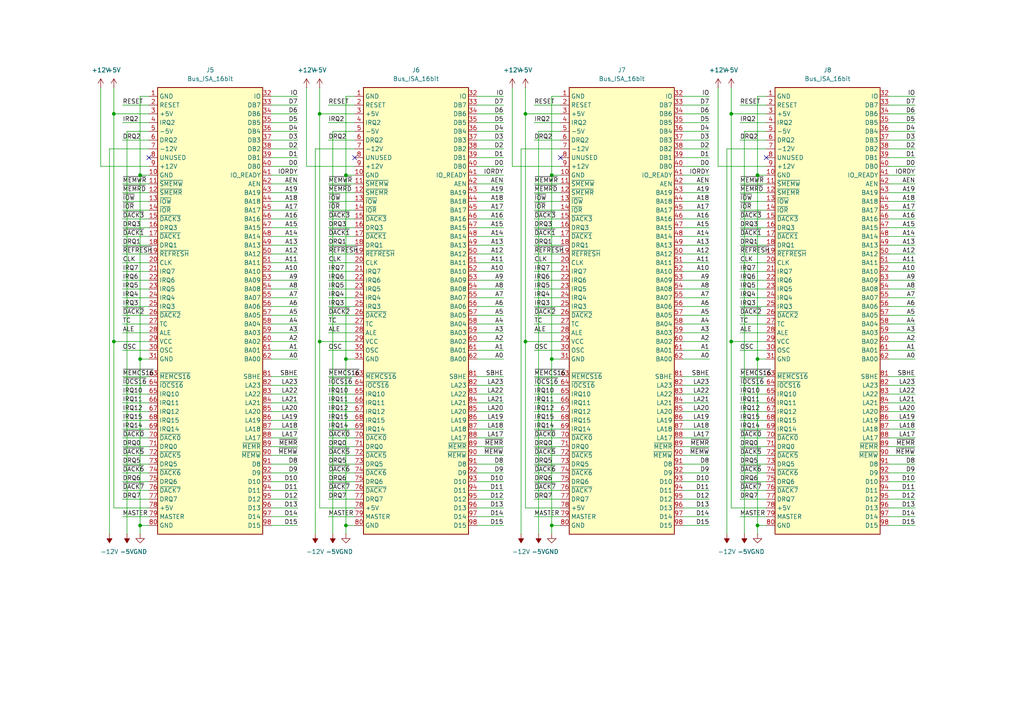
<source format=kicad_sch>
(kicad_sch (version 20231120) (generator "eeschema") (generator_version "8.0")
  (paper "A4")
  (lib_symbols
    (symbol "Connector:Bus_ISA_16bit"
      (property "Reference" "J" (at 0 67.945 0))
      (property "Value" "Bus_ISA_16bit" (at 0 -65.405 0))
      (symbol "Bus_ISA_16bit_0_1"
        (rectangle (start -15.24 -63.5) (end 15.24 66.04) (stroke (width 0.254)) (fill (type background)))
      )
      (symbol "Bus_ISA_16bit_1_1"
        (pin power_in line (at -17.78 63.5 0) (length 2.54) (name "GND") (number "1"))
        (pin power_in line (at -17.78 40.64 0) (length 2.54) (name "GND") (number "10"))
        (pin output line (at -17.78 38.1 0) (length 2.54) (name "~{SMEMW}") (number "11"))
        (pin output line (at -17.78 35.56 0) (length 2.54) (name "~{SMEMR}") (number "12"))
        (pin output line (at -17.78 33.02 0) (length 2.54) (name "~{IOW}") (number "13"))
        (pin output line (at -17.78 30.48 0) (length 2.54) (name "~{IOR}") (number "14"))
        (pin passive line (at -17.78 27.94 0) (length 2.54) (name "~{DACK3}") (number "15"))
        (pin passive line (at -17.78 25.4 0) (length 2.54) (name "DRQ3") (number "16"))
        (pin passive line (at -17.78 22.86 0) (length 2.54) (name "~{DACK1}") (number "17"))
        (pin passive line (at -17.78 20.32 0) (length 2.54) (name "DRQ1") (number "18"))
        (pin passive line (at -17.78 17.78 0) (length 2.54) (name "~{REFRESH}") (number "19"))
        (pin output line (at -17.78 60.96 0) (length 2.54) (name "RESET") (number "2"))
        (pin output line (at -17.78 15.24 0) (length 2.54) (name "CLK") (number "20"))
        (pin passive line (at -17.78 12.7 0) (length 2.54) (name "IRQ7") (number "21"))
        (pin passive line (at -17.78 10.16 0) (length 2.54) (name "IRQ6") (number "22"))
        (pin passive line (at -17.78 7.62 0) (length 2.54) (name "IRQ5") (number "23"))
        (pin passive line (at -17.78 5.08 0) (length 2.54) (name "IRQ4") (number "24"))
        (pin passive line (at -17.78 2.54 0) (length 2.54) (name "IRQ3") (number "25"))
        (pin passive line (at -17.78 0 0) (length 2.54) (name "~{DACK2}") (number "26"))
        (pin passive line (at -17.78 -2.54 0) (length 2.54) (name "TC") (number "27"))
        (pin output line (at -17.78 -5.08 0) (length 2.54) (name "ALE") (number "28"))
        (pin power_in line (at -17.78 -7.62 0) (length 2.54) (name "VCC") (number "29"))
        (pin power_in line (at -17.78 58.42 0) (length 2.54) (name "+5V") (number "3"))
        (pin output line (at -17.78 -10.16 0) (length 2.54) (name "OSC") (number "30"))
        (pin power_in line (at -17.78 -12.7 0) (length 2.54) (name "GND") (number "31"))
        (pin passive line (at 17.78 63.5 180) (length 2.54) (name "IO") (number "32"))
        (pin tri_state line (at 17.78 60.96 180) (length 2.54) (name "DB7") (number "33"))
        (pin tri_state line (at 17.78 58.42 180) (length 2.54) (name "DB6") (number "34"))
        (pin tri_state line (at 17.78 55.88 180) (length 2.54) (name "DB5") (number "35"))
        (pin tri_state line (at 17.78 53.34 180) (length 2.54) (name "DB4") (number "36"))
        (pin tri_state line (at 17.78 50.8 180) (length 2.54) (name "DB3") (number "37"))
        (pin tri_state line (at 17.78 48.26 180) (length 2.54) (name "DB2") (number "38"))
        (pin tri_state line (at 17.78 45.72 180) (length 2.54) (name "DB1") (number "39"))
        (pin passive line (at -17.78 55.88 0) (length 2.54) (name "IRQ2") (number "4"))
        (pin tri_state line (at 17.78 43.18 180) (length 2.54) (name "DB0") (number "40"))
        (pin passive line (at 17.78 40.64 180) (length 2.54) (name "IO_READY") (number "41"))
        (pin output line (at 17.78 38.1 180) (length 2.54) (name "AEN") (number "42"))
        (pin tri_state line (at 17.78 35.56 180) (length 2.54) (name "BA19") (number "43"))
        (pin tri_state line (at 17.78 33.02 180) (length 2.54) (name "BA18") (number "44"))
        (pin tri_state line (at 17.78 30.48 180) (length 2.54) (name "BA17") (number "45"))
        (pin tri_state line (at 17.78 27.94 180) (length 2.54) (name "BA16") (number "46"))
        (pin tri_state line (at 17.78 25.4 180) (length 2.54) (name "BA15") (number "47"))
        (pin tri_state line (at 17.78 22.86 180) (length 2.54) (name "BA14") (number "48"))
        (pin tri_state line (at 17.78 20.32 180) (length 2.54) (name "BA13") (number "49"))
        (pin power_in line (at -17.78 53.34 0) (length 2.54) (name "-5V") (number "5"))
        (pin tri_state line (at 17.78 17.78 180) (length 2.54) (name "BA12") (number "50"))
        (pin tri_state line (at 17.78 15.24 180) (length 2.54) (name "BA11") (number "51"))
        (pin tri_state line (at 17.78 12.7 180) (length 2.54) (name "BA10") (number "52"))
        (pin tri_state line (at 17.78 10.16 180) (length 2.54) (name "BA09") (number "53"))
        (pin tri_state line (at 17.78 7.62 180) (length 2.54) (name "BA08") (number "54"))
        (pin tri_state line (at 17.78 5.08 180) (length 2.54) (name "BA07") (number "55"))
        (pin tri_state line (at 17.78 2.54 180) (length 2.54) (name "BA06") (number "56"))
        (pin tri_state line (at 17.78 0 180) (length 2.54) (name "BA05") (number "57"))
        (pin tri_state line (at 17.78 -2.54 180) (length 2.54) (name "BA04") (number "58"))
        (pin tri_state line (at 17.78 -5.08 180) (length 2.54) (name "BA03") (number "59"))
        (pin passive line (at -17.78 50.8 0) (length 2.54) (name "DRQ2") (number "6"))
        (pin tri_state line (at 17.78 -7.62 180) (length 2.54) (name "BA02") (number "60"))
        (pin tri_state line (at 17.78 -10.16 180) (length 2.54) (name "BA01") (number "61"))
        (pin tri_state line (at 17.78 -12.7 180) (length 2.54) (name "BA00") (number "62"))
        (pin passive line (at -17.78 -17.78 0) (length 2.54) (name "~{MEMCS16}") (number "63"))
        (pin passive line (at -17.78 -20.32 0) (length 2.54) (name "~{IOCS16}") (number "64"))
        (pin passive line (at -17.78 -22.86 0) (length 2.54) (name "IRQ10") (number "65"))
        (pin passive line (at -17.78 -25.4 0) (length 2.54) (name "IRQ11") (number "66"))
        (pin passive line (at -17.78 -27.94 0) (length 2.54) (name "IRQ12") (number "67"))
        (pin passive line (at -17.78 -30.48 0) (length 2.54) (name "IRQ15") (number "68"))
        (pin passive line (at -17.78 -33.02 0) (length 2.54) (name "IRQ14") (number "69"))
        (pin power_in line (at -17.78 48.26 0) (length 2.54) (name "-12V") (number "7"))
        (pin output line (at -17.78 -35.56 0) (length 2.54) (name "~{DACK0}") (number "70"))
        (pin passive line (at -17.78 -38.1 0) (length 2.54) (name "DRQ0") (number "71"))
        (pin output line (at -17.78 -40.64 0) (length 2.54) (name "~{DACK5}") (number "72"))
        (pin passive line (at -17.78 -43.18 0) (length 2.54) (name "DRQ5") (number "73"))
        (pin output line (at -17.78 -45.72 0) (length 2.54) (name "~{DACK6}") (number "74"))
        (pin passive line (at -17.78 -48.26 0) (length 2.54) (name "DRQ6") (number "75"))
        (pin output line (at -17.78 -50.8 0) (length 2.54) (name "~{DACK7}") (number "76"))
        (pin passive line (at -17.78 -53.34 0) (length 2.54) (name "DRQ7") (number "77"))
        (pin power_in line (at -17.78 -55.88 0) (length 2.54) (name "+5V") (number "78"))
        (pin passive line (at -17.78 -58.42 0) (length 2.54) (name "MASTER") (number "79"))
        (pin passive line (at -17.78 45.72 0) (length 2.54) (name "UNUSED") (number "8"))
        (pin power_in line (at -17.78 -60.96 0) (length 2.54) (name "GND") (number "80"))
        (pin passive line (at 17.78 -17.78 180) (length 2.54) (name "SBHE") (number "81"))
        (pin passive line (at 17.78 -20.32 180) (length 2.54) (name "LA23") (number "82"))
        (pin passive line (at 17.78 -22.86 180) (length 2.54) (name "LA22") (number "83"))
        (pin passive line (at 17.78 -25.4 180) (length 2.54) (name "LA21") (number "84"))
        (pin passive line (at 17.78 -27.94 180) (length 2.54) (name "LA20") (number "85"))
        (pin passive line (at 17.78 -30.48 180) (length 2.54) (name "LA19") (number "86"))
        (pin passive line (at 17.78 -33.02 180) (length 2.54) (name "LA18") (number "87"))
        (pin passive line (at 17.78 -35.56 180) (length 2.54) (name "LA17") (number "88"))
        (pin output line (at 17.78 -38.1 180) (length 2.54) (name "~{MEMR}") (number "89"))
        (pin power_in line (at -17.78 43.18 0) (length 2.54) (name "+12V") (number "9"))
        (pin output line (at 17.78 -40.64 180) (length 2.54) (name "~{MEMW}") (number "90"))
        (pin tri_state line (at 17.78 -43.18 180) (length 2.54) (name "D8") (number "91"))
        (pin tri_state line (at 17.78 -45.72 180) (length 2.54) (name "D9") (number "92"))
        (pin tri_state line (at 17.78 -48.26 180) (length 2.54) (name "D10") (number "93"))
        (pin tri_state line (at 17.78 -50.8 180) (length 2.54) (name "D11") (number "94"))
        (pin tri_state line (at 17.78 -53.34 180) (length 2.54) (name "D12") (number "95"))
        (pin tri_state line (at 17.78 -55.88 180) (length 2.54) (name "D13") (number "96"))
        (pin tri_state line (at 17.78 -58.42 180) (length 2.54) (name "D14") (number "97"))
        (pin tri_state line (at 17.78 -60.96 180) (length 2.54) (name "D15") (number "98"))
      )
    )
    (symbol "power:+12V" (power) (pin_numbers hide) (pin_names (offset 0) hide)
      (property "Value" "+12V" (at 0 3.556 0))
      (symbol "+12V_0_1"
        (polyline (pts (xy -0.762 1.27) (xy 0 2.54)))
        (polyline (pts (xy 0 0) (xy 0 2.54)))
        (polyline (pts (xy 0 2.54) (xy 0.762 1.27)))
      )
      (symbol "+12V_1_1"
        (pin power_in line (at 0 0 90) (length 0) (name "~") (number "1"))
      )
    )
    (symbol "power:+5V" (power) (pin_numbers hide) (pin_names (offset 0) hide)
      (property "Value" "+5V" (at 0 3.556 0))
      (symbol "+5V_0_1"
        (polyline (pts (xy -0.762 1.27) (xy 0 2.54)))
        (polyline (pts (xy 0 0) (xy 0 2.54)))
        (polyline (pts (xy 0 2.54) (xy 0.762 1.27)))
      )
      (symbol "+5V_1_1"
        (pin power_in line (at 0 0 90) (length 0) (name "~") (number "1"))
      )
    )
    (symbol "power:-12V" (power) (pin_numbers hide) (pin_names (offset 0) hide)
      (property "Value" "-12V" (at 0 3.556 0))
      (symbol "-12V_0_0"
        (pin power_in line (at 0 0 90) (length 0) (name "~") (number "1"))
      )
      (symbol "-12V_0_1"
        (polyline (pts (xy 0 0) (xy 0 1.27) (xy 0.762 1.27) (xy 0 2.54) (xy -0.762 1.27) (xy 0 1.27)) (fill (type outline)))
      )
    )
    (symbol "power:-5V" (power) (pin_numbers hide) (pin_names (offset 0) hide)
      (property "Value" "-5V" (at 0 3.556 0))
      (symbol "-5V_0_0"
        (pin power_in line (at 0 0 90) (length 0) (name "~") (number "1"))
      )
      (symbol "-5V_0_1"
        (polyline (pts (xy 0 0) (xy 0 1.27) (xy 0.762 1.27) (xy 0 2.54) (xy -0.762 1.27) (xy 0 1.27)) (fill (type outline)))
      )
    )
    (symbol "power:GND" (power) (pin_numbers hide) (pin_names (offset 0) hide)
      (property "Value" "GND" (at 0 -3.81 0))
      (symbol "GND_0_1"
        (polyline (pts (xy 0 0) (xy 0 -1.27) (xy 1.27 -1.27) (xy 0 -2.54) (xy -1.27 -1.27) (xy 0 -1.27)))
      )
      (symbol "GND_1_1"
        (pin power_in line (at 0 0 270) (length 0) (name "~") (number "1"))
      )
    )
  )
  (junction (at 212.09 99.06))
  (junction (at 212.09 33.02))
  (junction (at 40.64 50.8))
  (junction (at 40.64 104.14))
  (junction (at 100.33 152.4))
  (junction (at 219.71 152.4))
  (junction (at 33.02 33.02))
  (junction (at 160.02 152.4))
  (junction (at 152.4 99.06))
  (junction (at 40.64 152.4))
  (junction (at 152.4 33.02))
  (junction (at 33.02 99.06))
  (junction (at 219.71 50.8))
  (junction (at 160.02 50.8))
  (junction (at 92.71 33.02))
  (junction (at 160.02 104.14))
  (junction (at 219.71 104.14))
  (junction (at 92.71 99.06))
  (junction (at 100.33 104.14))
  (junction (at 100.33 50.8))
  (no_connect (at 43.18 45.72))
  (no_connect (at 162.56 45.72))
  (no_connect (at 222.25 45.72))
  (no_connect (at 102.87 45.72))
  (wire (pts (xy 198.12 27.94) (xy 205.74 27.94)))
  (wire (pts (xy 43.18 48.26) (xy 29.21 48.26)))
  (wire (pts (xy 35.56 114.3) (xy 43.18 114.3)))
  (wire (pts (xy 138.43 104.14) (xy 146.05 104.14)))
  (wire (pts (xy 35.56 109.22) (xy 43.18 109.22)))
  (wire (pts (xy 78.74 83.82) (xy 86.36 83.82)))
  (wire (pts (xy 35.56 144.78) (xy 43.18 144.78)))
  (wire (pts (xy 152.4 147.32) (xy 152.4 99.06)))
  (wire (pts (xy 257.81 73.66) (xy 265.43 73.66)))
  (wire (pts (xy 154.94 137.16) (xy 162.56 137.16)))
  (wire (pts (xy 78.74 53.34) (xy 86.36 53.34)))
  (wire (pts (xy 138.43 134.62) (xy 146.05 134.62)))
  (wire (pts (xy 162.56 48.26) (xy 148.59 48.26)))
  (wire (pts (xy 154.94 144.78) (xy 162.56 144.78)))
  (wire (pts (xy 95.25 114.3) (xy 102.87 114.3)))
  (wire (pts (xy 257.81 33.02) (xy 265.43 33.02)))
  (wire (pts (xy 43.18 147.32) (xy 33.02 147.32)))
  (wire (pts (xy 35.56 53.34) (xy 43.18 53.34)))
  (wire (pts (xy 160.02 50.8) (xy 162.56 50.8)))
  (wire (pts (xy 35.56 83.82) (xy 43.18 83.82)))
  (wire (pts (xy 212.09 99.06) (xy 212.09 33.02)))
  (wire (pts (xy 78.74 71.12) (xy 86.36 71.12)))
  (wire (pts (xy 138.43 45.72) (xy 146.05 45.72)))
  (wire (pts (xy 154.94 119.38) (xy 162.56 119.38)))
  (wire (pts (xy 198.12 101.6) (xy 205.74 101.6)))
  (wire (pts (xy 257.81 127) (xy 265.43 127)))
  (wire (pts (xy 95.25 142.24) (xy 102.87 142.24)))
  (wire (pts (xy 214.63 121.92) (xy 222.25 121.92)))
  (wire (pts (xy 214.63 134.62) (xy 222.25 134.62)))
  (wire (pts (xy 219.71 104.14) (xy 222.25 104.14)))
  (wire (pts (xy 35.56 101.6) (xy 43.18 101.6)))
  (wire (pts (xy 138.43 101.6) (xy 146.05 101.6)))
  (wire (pts (xy 257.81 111.76) (xy 265.43 111.76)))
  (wire (pts (xy 95.25 134.62) (xy 102.87 134.62)))
  (wire (pts (xy 257.81 121.92) (xy 265.43 121.92)))
  (wire (pts (xy 198.12 63.5) (xy 205.74 63.5)))
  (wire (pts (xy 96.52 38.1) (xy 102.87 38.1)))
  (wire (pts (xy 40.64 152.4) (xy 40.64 154.94)))
  (wire (pts (xy 154.94 76.2) (xy 162.56 76.2)))
  (wire (pts (xy 138.43 116.84) (xy 146.05 116.84)))
  (wire (pts (xy 219.71 27.94) (xy 219.71 50.8)))
  (wire (pts (xy 154.94 111.76) (xy 162.56 111.76)))
  (wire (pts (xy 156.21 154.94) (xy 156.21 38.1)))
  (wire (pts (xy 88.9 48.26) (xy 88.9 25.4)))
  (wire (pts (xy 214.63 73.66) (xy 222.25 73.66)))
  (wire (pts (xy 214.63 127) (xy 222.25 127)))
  (wire (pts (xy 138.43 144.78) (xy 146.05 144.78)))
  (wire (pts (xy 257.81 114.3) (xy 265.43 114.3)))
  (wire (pts (xy 214.63 91.44) (xy 222.25 91.44)))
  (wire (pts (xy 219.71 50.8) (xy 222.25 50.8)))
  (wire (pts (xy 78.74 114.3) (xy 86.36 114.3)))
  (wire (pts (xy 78.74 63.5) (xy 86.36 63.5)))
  (wire (pts (xy 138.43 58.42) (xy 146.05 58.42)))
  (wire (pts (xy 40.64 50.8) (xy 40.64 104.14)))
  (wire (pts (xy 265.43 132.08) (xy 257.81 132.08)))
  (wire (pts (xy 31.75 154.94) (xy 31.75 43.18)))
  (wire (pts (xy 257.81 45.72) (xy 265.43 45.72)))
  (wire (pts (xy 35.56 81.28) (xy 43.18 81.28)))
  (wire (pts (xy 35.56 88.9) (xy 43.18 88.9)))
  (wire (pts (xy 257.81 116.84) (xy 265.43 116.84)))
  (wire (pts (xy 265.43 129.54) (xy 257.81 129.54)))
  (wire (pts (xy 257.81 76.2) (xy 265.43 76.2)))
  (wire (pts (xy 138.43 137.16) (xy 146.05 137.16)))
  (wire (pts (xy 154.94 35.56) (xy 162.56 35.56)))
  (wire (pts (xy 198.12 99.06) (xy 205.74 99.06)))
  (wire (pts (xy 78.74 121.92) (xy 86.36 121.92)))
  (wire (pts (xy 35.56 111.76) (xy 43.18 111.76)))
  (wire (pts (xy 257.81 81.28) (xy 265.43 81.28)))
  (wire (pts (xy 138.43 68.58) (xy 146.05 68.58)))
  (wire (pts (xy 257.81 50.8) (xy 265.43 50.8)))
  (wire (pts (xy 78.74 78.74) (xy 86.36 78.74)))
  (wire (pts (xy 257.81 139.7) (xy 265.43 139.7)))
  (wire (pts (xy 138.43 91.44) (xy 146.05 91.44)))
  (wire (pts (xy 33.02 99.06) (xy 33.02 33.02)))
  (wire (pts (xy 91.44 154.94) (xy 91.44 43.18)))
  (wire (pts (xy 40.64 104.14) (xy 40.64 152.4)))
  (wire (pts (xy 146.05 109.22) (xy 138.43 109.22)))
  (wire (pts (xy 33.02 147.32) (xy 33.02 99.06)))
  (wire (pts (xy 198.12 91.44) (xy 205.74 91.44)))
  (wire (pts (xy 198.12 121.92) (xy 205.74 121.92)))
  (wire (pts (xy 95.25 35.56) (xy 102.87 35.56)))
  (wire (pts (xy 257.81 91.44) (xy 265.43 91.44)))
  (wire (pts (xy 198.12 124.46) (xy 205.74 124.46)))
  (wire (pts (xy 138.43 81.28) (xy 146.05 81.28)))
  (wire (pts (xy 78.74 45.72) (xy 86.36 45.72)))
  (wire (pts (xy 214.63 144.78) (xy 222.25 144.78)))
  (wire (pts (xy 100.33 104.14) (xy 102.87 104.14)))
  (wire (pts (xy 214.63 101.6) (xy 222.25 101.6)))
  (wire (pts (xy 257.81 43.18) (xy 265.43 43.18)))
  (wire (pts (xy 154.94 109.22) (xy 162.56 109.22)))
  (wire (pts (xy 35.56 129.54) (xy 43.18 129.54)))
  (wire (pts (xy 78.74 68.58) (xy 86.36 68.58)))
  (wire (pts (xy 198.12 78.74) (xy 205.74 78.74)))
  (wire (pts (xy 78.74 119.38) (xy 86.36 119.38)))
  (wire (pts (xy 95.25 96.52) (xy 102.87 96.52)))
  (wire (pts (xy 152.4 99.06) (xy 152.4 33.02)))
  (wire (pts (xy 198.12 71.12) (xy 205.74 71.12)))
  (wire (pts (xy 35.56 119.38) (xy 43.18 119.38)))
  (wire (pts (xy 78.74 86.36) (xy 86.36 86.36)))
  (wire (pts (xy 154.94 60.96) (xy 162.56 60.96)))
  (wire (pts (xy 257.81 55.88) (xy 265.43 55.88)))
  (wire (pts (xy 78.74 38.1) (xy 86.36 38.1)))
  (wire (pts (xy 95.25 63.5) (xy 102.87 63.5)))
  (wire (pts (xy 257.81 71.12) (xy 265.43 71.12)))
  (wire (pts (xy 154.94 129.54) (xy 162.56 129.54)))
  (wire (pts (xy 160.02 152.4) (xy 160.02 154.94)))
  (wire (pts (xy 154.94 96.52) (xy 162.56 96.52)))
  (wire (pts (xy 152.4 25.4) (xy 152.4 33.02)))
  (wire (pts (xy 35.56 91.44) (xy 43.18 91.44)))
  (wire (pts (xy 198.12 68.58) (xy 205.74 68.58)))
  (wire (pts (xy 95.25 137.16) (xy 102.87 137.16)))
  (wire (pts (xy 205.74 129.54) (xy 198.12 129.54)))
  (wire (pts (xy 257.81 99.06) (xy 265.43 99.06)))
  (wire (pts (xy 154.94 88.9) (xy 162.56 88.9)))
  (wire (pts (xy 36.83 38.1) (xy 43.18 38.1)))
  (wire (pts (xy 95.25 53.34) (xy 102.87 53.34)))
  (wire (pts (xy 214.63 93.98) (xy 222.25 93.98)))
  (wire (pts (xy 205.74 132.08) (xy 198.12 132.08)))
  (wire (pts (xy 257.81 27.94) (xy 265.43 27.94)))
  (wire (pts (xy 95.25 116.84) (xy 102.87 116.84)))
  (wire (pts (xy 78.74 137.16) (xy 86.36 137.16)))
  (wire (pts (xy 154.94 142.24) (xy 162.56 142.24)))
  (wire (pts (xy 35.56 134.62) (xy 43.18 134.62)))
  (wire (pts (xy 138.43 40.64) (xy 146.05 40.64)))
  (wire (pts (xy 100.33 104.14) (xy 100.33 152.4)))
  (wire (pts (xy 138.43 124.46) (xy 146.05 124.46)))
  (wire (pts (xy 92.71 33.02) (xy 102.87 33.02)))
  (wire (pts (xy 212.09 99.06) (xy 222.25 99.06)))
  (wire (pts (xy 138.43 38.1) (xy 146.05 38.1)))
  (wire (pts (xy 95.25 58.42) (xy 102.87 58.42)))
  (wire (pts (xy 162.56 27.94) (xy 160.02 27.94)))
  (wire (pts (xy 95.25 121.92) (xy 102.87 121.92)))
  (wire (pts (xy 198.12 147.32) (xy 205.74 147.32)))
  (wire (pts (xy 78.74 55.88) (xy 86.36 55.88)))
  (wire (pts (xy 151.13 154.94) (xy 151.13 43.18)))
  (wire (pts (xy 86.36 132.08) (xy 78.74 132.08)))
  (wire (pts (xy 154.94 81.28) (xy 162.56 81.28)))
  (wire (pts (xy 95.25 91.44) (xy 102.87 91.44)))
  (wire (pts (xy 257.81 137.16) (xy 265.43 137.16)))
  (wire (pts (xy 78.74 139.7) (xy 86.36 139.7)))
  (wire (pts (xy 215.9 38.1) (xy 222.25 38.1)))
  (wire (pts (xy 138.43 71.12) (xy 146.05 71.12)))
  (wire (pts (xy 222.25 147.32) (xy 212.09 147.32)))
  (wire (pts (xy 154.94 121.92) (xy 162.56 121.92)))
  (wire (pts (xy 257.81 38.1) (xy 265.43 38.1)))
  (wire (pts (xy 154.94 93.98) (xy 162.56 93.98)))
  (wire (pts (xy 214.63 76.2) (xy 222.25 76.2)))
  (wire (pts (xy 154.94 86.36) (xy 162.56 86.36)))
  (wire (pts (xy 95.25 93.98) (xy 102.87 93.98)))
  (wire (pts (xy 257.81 152.4) (xy 265.43 152.4)))
  (wire (pts (xy 95.25 109.22) (xy 102.87 109.22)))
  (wire (pts (xy 198.12 35.56) (xy 205.74 35.56)))
  (wire (pts (xy 31.75 43.18) (xy 43.18 43.18)))
  (wire (pts (xy 35.56 78.74) (xy 43.18 78.74)))
  (wire (pts (xy 205.74 109.22) (xy 198.12 109.22)))
  (wire (pts (xy 95.25 88.9) (xy 102.87 88.9)))
  (wire (pts (xy 33.02 25.4) (xy 33.02 33.02)))
  (wire (pts (xy 198.12 73.66) (xy 205.74 73.66)))
  (wire (pts (xy 154.94 55.88) (xy 162.56 55.88)))
  (wire (pts (xy 35.56 60.96) (xy 43.18 60.96)))
  (wire (pts (xy 160.02 27.94) (xy 160.02 50.8)))
  (wire (pts (xy 219.71 50.8) (xy 219.71 104.14)))
  (wire (pts (xy 257.81 53.34) (xy 265.43 53.34)))
  (wire (pts (xy 154.94 83.82) (xy 162.56 83.82)))
  (wire (pts (xy 35.56 124.46) (xy 43.18 124.46)))
  (wire (pts (xy 214.63 78.74) (xy 222.25 78.74)))
  (wire (pts (xy 35.56 93.98) (xy 43.18 93.98)))
  (wire (pts (xy 198.12 40.64) (xy 205.74 40.64)))
  (wire (pts (xy 214.63 58.42) (xy 222.25 58.42)))
  (wire (pts (xy 257.81 142.24) (xy 265.43 142.24)))
  (wire (pts (xy 138.43 33.02) (xy 146.05 33.02)))
  (wire (pts (xy 156.21 38.1) (xy 162.56 38.1)))
  (wire (pts (xy 78.74 66.04) (xy 86.36 66.04)))
  (wire (pts (xy 138.43 152.4) (xy 146.05 152.4)))
  (wire (pts (xy 78.74 91.44) (xy 86.36 91.44)))
  (wire (pts (xy 35.56 76.2) (xy 43.18 76.2)))
  (wire (pts (xy 154.94 58.42) (xy 162.56 58.42)))
  (wire (pts (xy 78.74 116.84) (xy 86.36 116.84)))
  (wire (pts (xy 35.56 35.56) (xy 43.18 35.56)))
  (wire (pts (xy 154.94 30.48) (xy 162.56 30.48)))
  (wire (pts (xy 146.05 129.54) (xy 138.43 129.54)))
  (wire (pts (xy 86.36 109.22) (xy 78.74 109.22)))
  (wire (pts (xy 160.02 50.8) (xy 160.02 104.14)))
  (wire (pts (xy 154.94 68.58) (xy 162.56 68.58)))
  (wire (pts (xy 138.43 73.66) (xy 146.05 73.66)))
  (wire (pts (xy 95.25 66.04) (xy 102.87 66.04)))
  (wire (pts (xy 78.74 58.42) (xy 86.36 58.42)))
  (wire (pts (xy 214.63 63.5) (xy 222.25 63.5)))
  (wire (pts (xy 36.83 154.94) (xy 36.83 38.1)))
  (wire (pts (xy 95.25 76.2) (xy 102.87 76.2)))
  (wire (pts (xy 257.81 60.96) (xy 265.43 60.96)))
  (wire (pts (xy 198.12 50.8) (xy 205.74 50.8)))
  (wire (pts (xy 100.33 50.8) (xy 100.33 104.14)))
  (wire (pts (xy 95.25 139.7) (xy 102.87 139.7)))
  (wire (pts (xy 198.12 60.96) (xy 205.74 60.96)))
  (wire (pts (xy 35.56 137.16) (xy 43.18 137.16)))
  (wire (pts (xy 95.25 30.48) (xy 102.87 30.48)))
  (wire (pts (xy 257.81 30.48) (xy 265.43 30.48)))
  (wire (pts (xy 146.05 132.08) (xy 138.43 132.08)))
  (wire (pts (xy 154.94 124.46) (xy 162.56 124.46)))
  (wire (pts (xy 35.56 63.5) (xy 43.18 63.5)))
  (wire (pts (xy 154.94 73.66) (xy 162.56 73.66)))
  (wire (pts (xy 154.94 134.62) (xy 162.56 134.62)))
  (wire (pts (xy 138.43 139.7) (xy 146.05 139.7)))
  (wire (pts (xy 86.36 129.54) (xy 78.74 129.54)))
  (wire (pts (xy 214.63 124.46) (xy 222.25 124.46)))
  (wire (pts (xy 198.12 144.78) (xy 205.74 144.78)))
  (wire (pts (xy 214.63 119.38) (xy 222.25 119.38)))
  (wire (pts (xy 138.43 88.9) (xy 146.05 88.9)))
  (wire (pts (xy 154.94 127) (xy 162.56 127)))
  (wire (pts (xy 257.81 144.78) (xy 265.43 144.78)))
  (wire (pts (xy 35.56 116.84) (xy 43.18 116.84)))
  (wire (pts (xy 138.43 53.34) (xy 146.05 53.34)))
  (wire (pts (xy 214.63 116.84) (xy 222.25 116.84)))
  (wire (pts (xy 257.81 101.6) (xy 265.43 101.6)))
  (wire (pts (xy 257.81 86.36) (xy 265.43 86.36)))
  (wire (pts (xy 78.74 60.96) (xy 86.36 60.96)))
  (wire (pts (xy 257.81 149.86) (xy 265.43 149.86)))
  (wire (pts (xy 43.18 27.94) (xy 40.64 27.94)))
  (wire (pts (xy 35.56 40.64) (xy 43.18 40.64)))
  (wire (pts (xy 214.63 66.04) (xy 222.25 66.04)))
  (wire (pts (xy 257.81 58.42) (xy 265.43 58.42)))
  (wire (pts (xy 214.63 139.7) (xy 222.25 139.7)))
  (wire (pts (xy 214.63 88.9) (xy 222.25 88.9)))
  (wire (pts (xy 78.74 88.9) (xy 86.36 88.9)))
  (wire (pts (xy 212.09 33.02) (xy 222.25 33.02)))
  (wire (pts (xy 198.12 76.2) (xy 205.74 76.2)))
  (wire (pts (xy 198.12 38.1) (xy 205.74 38.1)))
  (wire (pts (xy 138.43 63.5) (xy 146.05 63.5)))
  (wire (pts (xy 95.25 55.88) (xy 102.87 55.88)))
  (wire (pts (xy 154.94 116.84) (xy 162.56 116.84)))
  (wire (pts (xy 198.12 139.7) (xy 205.74 139.7)))
  (wire (pts (xy 154.94 71.12) (xy 162.56 71.12)))
  (wire (pts (xy 198.12 53.34) (xy 205.74 53.34)))
  (wire (pts (xy 257.81 134.62) (xy 265.43 134.62)))
  (wire (pts (xy 162.56 147.32) (xy 152.4 147.32)))
  (wire (pts (xy 100.33 50.8) (xy 102.87 50.8)))
  (wire (pts (xy 214.63 60.96) (xy 222.25 60.96)))
  (wire (pts (xy 214.63 132.08) (xy 222.25 132.08)))
  (wire (pts (xy 212.09 147.32) (xy 212.09 99.06)))
  (wire (pts (xy 95.25 127) (xy 102.87 127)))
  (wire (pts (xy 95.25 129.54) (xy 102.87 129.54)))
  (wire (pts (xy 138.43 27.94) (xy 146.05 27.94)))
  (wire (pts (xy 78.74 73.66) (xy 86.36 73.66)))
  (wire (pts (xy 160.02 104.14) (xy 160.02 152.4)))
  (wire (pts (xy 154.94 63.5) (xy 162.56 63.5)))
  (wire (pts (xy 210.82 154.94) (xy 210.82 43.18)))
  (wire (pts (xy 40.64 50.8) (xy 43.18 50.8)))
  (wire (pts (xy 257.81 68.58) (xy 265.43 68.58)))
  (wire (pts (xy 198.12 45.72) (xy 205.74 45.72)))
  (wire (pts (xy 78.74 149.86) (xy 86.36 149.86)))
  (wire (pts (xy 198.12 104.14) (xy 205.74 104.14)))
  (wire (pts (xy 138.43 147.32) (xy 146.05 147.32)))
  (wire (pts (xy 78.74 111.76) (xy 86.36 111.76)))
  (wire (pts (xy 138.43 55.88) (xy 146.05 55.88)))
  (wire (pts (xy 257.81 83.82) (xy 265.43 83.82)))
  (wire (pts (xy 35.56 132.08) (xy 43.18 132.08)))
  (wire (pts (xy 138.43 119.38) (xy 146.05 119.38)))
  (wire (pts (xy 138.43 121.92) (xy 146.05 121.92)))
  (wire (pts (xy 35.56 121.92) (xy 43.18 121.92)))
  (wire (pts (xy 198.12 55.88) (xy 205.74 55.88)))
  (wire (pts (xy 222.25 27.94) (xy 219.71 27.94)))
  (wire (pts (xy 78.74 134.62) (xy 86.36 134.62)))
  (wire (pts (xy 95.25 71.12) (xy 102.87 71.12)))
  (wire (pts (xy 198.12 116.84) (xy 205.74 116.84)))
  (wire (pts (xy 95.25 73.66) (xy 102.87 73.66)))
  (wire (pts (xy 35.56 139.7) (xy 43.18 139.7)))
  (wire (pts (xy 100.33 27.94) (xy 100.33 50.8)))
  (wire (pts (xy 198.12 43.18) (xy 205.74 43.18)))
  (wire (pts (xy 92.71 147.32) (xy 92.71 99.06)))
  (wire (pts (xy 214.63 53.34) (xy 222.25 53.34)))
  (wire (pts (xy 219.71 152.4) (xy 222.25 152.4)))
  (wire (pts (xy 92.71 99.06) (xy 102.87 99.06)))
  (wire (pts (xy 214.63 55.88) (xy 222.25 55.88)))
  (wire (pts (xy 198.12 48.26) (xy 205.74 48.26)))
  (wire (pts (xy 138.43 78.74) (xy 146.05 78.74)))
  (wire (pts (xy 100.33 152.4) (xy 102.87 152.4)))
  (wire (pts (xy 198.12 111.76) (xy 205.74 111.76)))
  (wire (pts (xy 78.74 144.78) (xy 86.36 144.78)))
  (wire (pts (xy 92.71 25.4) (xy 92.71 33.02)))
  (wire (pts (xy 160.02 152.4) (xy 162.56 152.4)))
  (wire (pts (xy 154.94 66.04) (xy 162.56 66.04)))
  (wire (pts (xy 198.12 88.9) (xy 205.74 88.9)))
  (wire (pts (xy 35.56 127) (xy 43.18 127)))
  (wire (pts (xy 78.74 40.64) (xy 86.36 40.64)))
  (wire (pts (xy 154.94 132.08) (xy 162.56 132.08)))
  (wire (pts (xy 95.25 81.28) (xy 102.87 81.28)))
  (wire (pts (xy 78.74 48.26) (xy 86.36 48.26)))
  (wire (pts (xy 78.74 33.02) (xy 86.36 33.02)))
  (wire (pts (xy 138.43 93.98) (xy 146.05 93.98)))
  (wire (pts (xy 29.21 48.26) (xy 29.21 25.4)))
  (wire (pts (xy 102.87 27.94) (xy 100.33 27.94)))
  (wire (pts (xy 154.94 139.7) (xy 162.56 139.7)))
  (wire (pts (xy 214.63 96.52) (xy 222.25 96.52)))
  (wire (pts (xy 198.12 137.16) (xy 205.74 137.16)))
  (wire (pts (xy 198.12 114.3) (xy 205.74 114.3)))
  (wire (pts (xy 198.12 152.4) (xy 205.74 152.4)))
  (wire (pts (xy 35.56 86.36) (xy 43.18 86.36)))
  (wire (pts (xy 257.81 35.56) (xy 265.43 35.56)))
  (wire (pts (xy 138.43 60.96) (xy 146.05 60.96)))
  (wire (pts (xy 198.12 33.02) (xy 205.74 33.02)))
  (wire (pts (xy 138.43 111.76) (xy 146.05 111.76)))
  (wire (pts (xy 198.12 58.42) (xy 205.74 58.42)))
  (wire (pts (xy 214.63 30.48) (xy 222.25 30.48)))
  (wire (pts (xy 198.12 96.52) (xy 205.74 96.52)))
  (wire (pts (xy 138.43 50.8) (xy 146.05 50.8)))
  (wire (pts (xy 154.94 91.44) (xy 162.56 91.44)))
  (wire (pts (xy 33.02 33.02) (xy 43.18 33.02)))
  (wire (pts (xy 214.63 129.54) (xy 222.25 129.54)))
  (wire (pts (xy 138.43 86.36) (xy 146.05 86.36)))
  (wire (pts (xy 219.71 104.14) (xy 219.71 152.4)))
  (wire (pts (xy 92.71 99.06) (xy 92.71 33.02)))
  (wire (pts (xy 152.4 99.06) (xy 162.56 99.06)))
  (wire (pts (xy 257.81 119.38) (xy 265.43 119.38)))
  (wire (pts (xy 100.33 152.4) (xy 100.33 154.94)))
  (wire (pts (xy 95.25 86.36) (xy 102.87 86.36)))
  (wire (pts (xy 35.56 66.04) (xy 43.18 66.04)))
  (wire (pts (xy 257.81 104.14) (xy 265.43 104.14)))
  (wire (pts (xy 138.43 99.06) (xy 146.05 99.06)))
  (wire (pts (xy 257.81 147.32) (xy 265.43 147.32)))
  (wire (pts (xy 214.63 114.3) (xy 222.25 114.3)))
  (wire (pts (xy 40.64 152.4) (xy 43.18 152.4)))
  (wire (pts (xy 257.81 124.46) (xy 265.43 124.46)))
  (wire (pts (xy 222.25 48.26) (xy 208.28 48.26)))
  (wire (pts (xy 91.44 43.18) (xy 102.87 43.18)))
  (wire (pts (xy 95.25 101.6) (xy 102.87 101.6)))
  (wire (pts (xy 95.25 132.08) (xy 102.87 132.08)))
  (wire (pts (xy 78.74 76.2) (xy 86.36 76.2)))
  (wire (pts (xy 210.82 43.18) (xy 222.25 43.18)))
  (wire (pts (xy 138.43 83.82) (xy 146.05 83.82)))
  (wire (pts (xy 148.59 48.26) (xy 148.59 25.4)))
  (wire (pts (xy 214.63 40.64) (xy 222.25 40.64)))
  (wire (pts (xy 212.09 25.4) (xy 212.09 33.02)))
  (wire (pts (xy 214.63 149.86) (xy 222.25 149.86)))
  (wire (pts (xy 198.12 142.24) (xy 205.74 142.24)))
  (wire (pts (xy 35.56 73.66) (xy 43.18 73.66)))
  (wire (pts (xy 95.25 78.74) (xy 102.87 78.74)))
  (wire (pts (xy 151.13 43.18) (xy 162.56 43.18)))
  (wire (pts (xy 152.4 33.02) (xy 162.56 33.02)))
  (wire (pts (xy 78.74 101.6) (xy 86.36 101.6)))
  (wire (pts (xy 35.56 71.12) (xy 43.18 71.12)))
  (wire (pts (xy 78.74 30.48) (xy 86.36 30.48)))
  (wire (pts (xy 154.94 53.34) (xy 162.56 53.34)))
  (wire (pts (xy 198.12 93.98) (xy 205.74 93.98)))
  (wire (pts (xy 95.25 119.38) (xy 102.87 119.38)))
  (wire (pts (xy 208.28 48.26) (xy 208.28 25.4)))
  (wire (pts (xy 214.63 35.56) (xy 222.25 35.56)))
  (wire (pts (xy 138.43 30.48) (xy 146.05 30.48)))
  (wire (pts (xy 154.94 78.74) (xy 162.56 78.74)))
  (wire (pts (xy 78.74 127) (xy 86.36 127)))
  (wire (pts (xy 138.43 96.52) (xy 146.05 96.52)))
  (wire (pts (xy 265.43 109.22) (xy 257.81 109.22)))
  (wire (pts (xy 214.63 109.22) (xy 222.25 109.22)))
  (wire (pts (xy 198.12 149.86) (xy 205.74 149.86)))
  (wire (pts (xy 257.81 48.26) (xy 265.43 48.26)))
  (wire (pts (xy 257.81 66.04) (xy 265.43 66.04)))
  (wire (pts (xy 40.64 104.14) (xy 43.18 104.14)))
  (wire (pts (xy 78.74 147.32) (xy 86.36 147.32)))
  (wire (pts (xy 95.25 60.96) (xy 102.87 60.96)))
  (wire (pts (xy 257.81 63.5) (xy 265.43 63.5)))
  (wire (pts (xy 40.64 27.94) (xy 40.64 50.8)))
  (wire (pts (xy 95.25 124.46) (xy 102.87 124.46)))
  (wire (pts (xy 154.94 40.64) (xy 162.56 40.64)))
  (wire (pts (xy 214.63 137.16) (xy 222.25 137.16)))
  (wire (pts (xy 198.12 119.38) (xy 205.74 119.38)))
  (wire (pts (xy 257.81 88.9) (xy 265.43 88.9)))
  (wire (pts (xy 78.74 152.4) (xy 86.36 152.4)))
  (wire (pts (xy 219.71 152.4) (xy 219.71 154.94)))
  (wire (pts (xy 138.43 76.2) (xy 146.05 76.2)))
  (wire (pts (xy 78.74 50.8) (xy 86.36 50.8)))
  (wire (pts (xy 257.81 93.98) (xy 265.43 93.98)))
  (wire (pts (xy 138.43 127) (xy 146.05 127)))
  (wire (pts (xy 198.12 83.82) (xy 205.74 83.82)))
  (wire (pts (xy 35.56 142.24) (xy 43.18 142.24)))
  (wire (pts (xy 257.81 96.52) (xy 265.43 96.52)))
  (wire (pts (xy 78.74 43.18) (xy 86.36 43.18)))
  (wire (pts (xy 154.94 114.3) (xy 162.56 114.3)))
  (wire (pts (xy 78.74 27.94) (xy 86.36 27.94)))
  (wire (pts (xy 214.63 142.24) (xy 222.25 142.24)))
  (wire (pts (xy 154.94 149.86) (xy 162.56 149.86)))
  (wire (pts (xy 198.12 30.48) (xy 205.74 30.48)))
  (wire (pts (xy 78.74 99.06) (xy 86.36 99.06)))
  (wire (pts (xy 214.63 81.28) (xy 222.25 81.28)))
  (wire (pts (xy 78.74 81.28) (xy 86.36 81.28)))
  (wire (pts (xy 214.63 86.36) (xy 222.25 86.36)))
  (wire (pts (xy 95.25 111.76) (xy 102.87 111.76)))
  (wire (pts (xy 78.74 142.24) (xy 86.36 142.24)))
  (wire (pts (xy 78.74 35.56) (xy 86.36 35.56)))
  (wire (pts (xy 96.52 154.94) (xy 96.52 38.1)))
  (wire (pts (xy 78.74 93.98) (xy 86.36 93.98)))
  (wire (pts (xy 138.43 48.26) (xy 146.05 48.26)))
  (wire (pts (xy 154.94 101.6) (xy 162.56 101.6)))
  (wire (pts (xy 198.12 127) (xy 205.74 127)))
  (wire (pts (xy 95.25 83.82) (xy 102.87 83.82)))
  (wire (pts (xy 138.43 114.3) (xy 146.05 114.3)))
  (wire (pts (xy 102.87 48.26) (xy 88.9 48.26)))
  (wire (pts (xy 35.56 30.48) (xy 43.18 30.48)))
  (wire (pts (xy 78.74 104.14) (xy 86.36 104.14)))
  (wire (pts (xy 78.74 96.52) (xy 86.36 96.52)))
  (wire (pts (xy 138.43 43.18) (xy 146.05 43.18)))
  (wire (pts (xy 160.02 104.14) (xy 162.56 104.14)))
  (wire (pts (xy 33.02 99.06) (xy 43.18 99.06)))
  (wire (pts (xy 35.56 68.58) (xy 43.18 68.58)))
  (wire (pts (xy 138.43 35.56) (xy 146.05 35.56)))
  (wire (pts (xy 35.56 55.88) (xy 43.18 55.88)))
  (wire (pts (xy 257.81 40.64) (xy 265.43 40.64)))
  (wire (pts (xy 138.43 66.04) (xy 146.05 66.04)))
  (wire (pts (xy 198.12 81.28) (xy 205.74 81.28)))
  (wire (pts (xy 198.12 134.62) (xy 205.74 134.62)))
  (wire (pts (xy 138.43 142.24) (xy 146.05 142.24)))
  (wire (pts (xy 214.63 68.58) (xy 222.25 68.58)))
  (wire (pts (xy 35.56 96.52) (xy 43.18 96.52)))
  (wire (pts (xy 198.12 66.04) (xy 205.74 66.04)))
  (wire (pts (xy 35.56 149.86) (xy 43.18 149.86)))
  (wire (pts (xy 35.56 58.42) (xy 43.18 58.42)))
  (wire (pts (xy 214.63 83.82) (xy 222.25 83.82)))
  (wire (pts (xy 95.25 144.78) (xy 102.87 144.78)))
  (wire (pts (xy 138.43 149.86) (xy 146.05 149.86)))
  (wire (pts (xy 95.25 149.86) (xy 102.87 149.86)))
  (wire (pts (xy 214.63 71.12) (xy 222.25 71.12)))
  (wire (pts (xy 78.74 124.46) (xy 86.36 124.46)))
  (wire (pts (xy 102.87 147.32) (xy 92.71 147.32)))
  (wire (pts (xy 95.25 40.64) (xy 102.87 40.64)))
  (wire (pts (xy 257.81 78.74) (xy 265.43 78.74)))
  (wire (pts (xy 95.25 68.58) (xy 102.87 68.58)))
  (wire (pts (xy 198.12 86.36) (xy 205.74 86.36)))
  (wire (pts (xy 214.63 111.76) (xy 222.25 111.76)))
  (wire (pts (xy 215.9 154.94) (xy 215.9 38.1)))
  (label "D1" (at 86.36 45.72 180))
  (label "IRQ11" (at 214.63 116.84 0))
  (label "A5" (at 146.05 91.44 180))
  (label "A18" (at 86.36 58.42 180))
  (label "~{DACK6}" (at 214.63 137.16 0))
  (label "DRQ0" (at 154.94 129.54 0))
  (label "DRQ7" (at 214.63 144.78 0))
  (label "A4" (at 86.36 93.98 180))
  (label "DRQ6" (at 214.63 139.7 0))
  (label "SBHE" (at 146.05 109.22 180))
  (label "A8" (at 86.36 83.82 180))
  (label "D6" (at 205.74 33.02 180))
  (label "~{DACK0}" (at 95.25 127 0))
  (label "DRQ3" (at 214.63 66.04 0))
  (label "MASTER" (at 214.63 149.86 0))
  (label "~{DACK0}" (at 154.94 127 0))
  (label "A1" (at 86.36 101.6 180))
  (label "A5" (at 205.74 91.44 180))
  (label "DRQ6" (at 154.94 139.7 0))
  (label "DRQ2" (at 154.94 40.64 0))
  (label "~{MEMW}" (at 146.05 132.08 180))
  (label "A0" (at 146.05 104.14 180))
  (label "D15" (at 205.74 152.4 180))
  (label "~{DACK5}" (at 95.25 132.08 0))
  (label "D14" (at 146.05 149.86 180))
  (label "~{DACK5}" (at 154.94 132.08 0))
  (label "~{MEMW}" (at 265.43 132.08 180))
  (label "DRQ3" (at 154.94 66.04 0))
  (label "LA21" (at 86.36 116.84 180))
  (label "~{IOR}" (at 214.63 60.96 0))
  (label "DRQ7" (at 95.25 144.78 0))
  (label "TC" (at 35.56 93.98 0))
  (label "A6" (at 146.05 88.9 180))
  (label "A19" (at 146.05 55.88 180))
  (label "IORDY" (at 205.74 50.8 180))
  (label "~{IOW}" (at 154.94 58.42 0))
  (label "D9" (at 86.36 137.16 180))
  (label "A15" (at 86.36 66.04 180))
  (label "~{DACK2}" (at 95.25 91.44 0))
  (label "D8" (at 146.05 134.62 180))
  (label "D0" (at 86.36 48.26 180))
  (label "A7" (at 146.05 86.36 180))
  (label "~{DACK1}" (at 214.63 68.58 0))
  (label "A7" (at 205.74 86.36 180))
  (label "LA21" (at 205.74 116.84 180))
  (label "IRQ6" (at 214.63 81.28 0))
  (label "D13" (at 86.36 147.32 180))
  (label "LA19" (at 205.74 121.92 180))
  (label "~{DACK6}" (at 35.56 137.16 0))
  (label "D3" (at 146.05 40.64 180))
  (label "~{DACK7}" (at 95.25 142.24 0))
  (label "~{MEMWR}" (at 95.25 53.34 0))
  (label "D13" (at 265.43 147.32 180))
  (label "IRQ3" (at 214.63 88.9 0))
  (label "LA20" (at 146.05 119.38 180))
  (label "A19" (at 86.36 55.88 180))
  (label "A19" (at 205.74 55.88 180))
  (label "IRQ14" (at 214.63 124.46 0))
  (label "A7" (at 265.43 86.36 180))
  (label "D7" (at 265.43 30.48 180))
  (label "A12" (at 86.36 73.66 180))
  (label "A10" (at 265.43 78.74 180))
  (label "LA18" (at 205.74 124.46 180))
  (label "RESET" (at 214.63 30.48 0))
  (label "LA19" (at 86.36 121.92 180))
  (label "IRQ15" (at 35.56 121.92 0))
  (label "~{MEMR}" (at 205.74 129.54 180))
  (label "D4" (at 205.74 38.1 180))
  (label "D10" (at 146.05 139.7 180))
  (label "DRQ1" (at 214.63 71.12 0))
  (label "DRQ0" (at 95.25 129.54 0))
  (label "IRQ15" (at 154.94 121.92 0))
  (label "A16" (at 205.74 63.5 180))
  (label "~{DACK7}" (at 35.56 142.24 0))
  (label "IRQ12" (at 154.94 119.38 0))
  (label "LA18" (at 265.43 124.46 180))
  (label "A17" (at 265.43 60.96 180))
  (label "IRQ12" (at 95.25 119.38 0))
  (label "OSC" (at 154.94 101.6 0))
  (label "A7" (at 86.36 86.36 180))
  (label "ALE" (at 154.94 96.52 0))
  (label "D6" (at 265.43 33.02 180))
  (label "IRQ2" (at 95.25 35.56 0))
  (label "DRQ5" (at 95.25 134.62 0))
  (label "IRQ6" (at 35.56 81.28 0))
  (label "~{DACK0}" (at 214.63 127 0))
  (label "IRQ6" (at 95.25 81.28 0))
  (label "D11" (at 86.36 142.24 180))
  (label "IRQ14" (at 95.25 124.46 0))
  (label "DRQ5" (at 154.94 134.62 0))
  (label "D12" (at 265.43 144.78 180))
  (label "A14" (at 146.05 68.58 180))
  (label "IRQ4" (at 35.56 86.36 0))
  (label "IRQ10" (at 95.25 114.3 0))
  (label "A8" (at 146.05 83.82 180))
  (label "D3" (at 265.43 40.64 180))
  (label "A14" (at 86.36 68.58 180))
  (label "RESET" (at 95.25 30.48 0))
  (label "DRQ3" (at 95.25 66.04 0))
  (label "TC" (at 154.94 93.98 0))
  (label "DRQ1" (at 95.25 71.12 0))
  (label "~{MEMR}" (at 146.05 129.54 180))
  (label "A6" (at 265.43 88.9 180))
  (label "LA21" (at 146.05 116.84 180))
  (label "D14" (at 265.43 149.86 180))
  (label "A3" (at 265.43 96.52 180))
  (label "RESET" (at 154.94 30.48 0))
  (label "D15" (at 146.05 152.4 180))
  (label "IO" (at 205.74 27.94 180))
  (label "AEN" (at 86.36 53.34 180))
  (label "~{MEMR}" (at 86.36 129.54 180))
  (label "~{MEMW}" (at 86.36 132.08 180))
  (label "IRQ11" (at 35.56 116.84 0))
  (label "A3" (at 146.05 96.52 180))
  (label "~{MEMRD}" (at 214.63 55.88 0))
  (label "IRQ3" (at 35.56 88.9 0))
  (label "A2" (at 205.74 99.06 180))
  (label "IRQ7" (at 95.25 78.74 0))
  (label "LA17" (at 265.43 127 180))
  (label "A12" (at 205.74 73.66 180))
  (label "~{MEMCS16}" (at 214.63 109.22 0))
  (label "IRQ3" (at 95.25 88.9 0))
  (label "MASTER" (at 35.56 149.86 0))
  (label "IO" (at 146.05 27.94 180))
  (label "IRQ15" (at 214.63 121.92 0))
  (label "A5" (at 86.36 91.44 180))
  (label "DRQ2" (at 214.63 40.64 0))
  (label "A1" (at 265.43 101.6 180))
  (label "A10" (at 205.74 78.74 180))
  (label "A4" (at 205.74 93.98 180))
  (label "A9" (at 86.36 81.28 180))
  (label "DRQ7" (at 154.94 144.78 0))
  (label "A13" (at 265.43 71.12 180))
  (label "A9" (at 146.05 81.28 180))
  (label "IRQ6" (at 154.94 81.28 0))
  (label "~{IOR}" (at 35.56 60.96 0))
  (label "IORDY" (at 86.36 50.8 180))
  (label "~{DACK0}" (at 35.56 127 0))
  (label "~{DACK2}" (at 35.56 91.44 0))
  (label "A15" (at 265.43 66.04 180))
  (label "A17" (at 86.36 60.96 180))
  (label "D10" (at 86.36 139.7 180))
  (label "CLK" (at 35.56 76.2 0))
  (label "LA21" (at 265.43 116.84 180))
  (label "DRQ1" (at 154.94 71.12 0))
  (label "~{DACK1}" (at 95.25 68.58 0))
  (label "~{MEMRD}" (at 95.25 55.88 0))
  (label "A6" (at 86.36 88.9 180))
  (label "IRQ14" (at 154.94 124.46 0))
  (label "~{IOW}" (at 214.63 58.42 0))
  (label "~{IOW}" (at 95.25 58.42 0))
  (label "D11" (at 146.05 142.24 180))
  (label "D11" (at 205.74 142.24 180))
  (label "A16" (at 146.05 63.5 180))
  (label "A8" (at 265.43 83.82 180))
  (label "IRQ4" (at 214.63 86.36 0))
  (label "~{DACK3}" (at 154.94 63.5 0))
  (label "~{DACK6}" (at 95.25 137.16 0))
  (label "A6" (at 205.74 88.9 180))
  (label "LA23" (at 265.43 111.76 180))
  (label "D11" (at 265.43 142.24 180))
  (label "A18" (at 205.74 58.42 180))
  (label "LA22" (at 265.43 114.3 180))
  (label "D13" (at 205.74 147.32 180))
  (label "IRQ5" (at 214.63 83.82 0))
  (label "D9" (at 265.43 137.16 180))
  (label "DRQ6" (at 35.56 139.7 0))
  (label "~{DACK3}" (at 95.25 63.5 0))
  (label "MASTER" (at 154.94 149.86 0))
  (label "D14" (at 205.74 149.86 180))
  (label "OSC" (at 95.25 101.6 0))
  (label "DRQ5" (at 214.63 134.62 0))
  (label "A0" (at 86.36 104.14 180))
  (label "AEN" (at 205.74 53.34 180))
  (label "ALE" (at 95.25 96.52 0))
  (label "A1" (at 205.74 101.6 180))
  (label "~{DACK2}" (at 214.63 91.44 0))
  (label "IRQ5" (at 35.56 83.82 0))
  (label "A9" (at 265.43 81.28 180))
  (label "DRQ0" (at 35.56 129.54 0))
  (label "~{DACK1}" (at 154.94 68.58 0))
  (label "A19" (at 265.43 55.88 180))
  (label "~{DACK5}" (at 35.56 132.08 0))
  (label "IRQ10" (at 35.56 114.3 0))
  (label "~{MEMR}" (at 265.43 129.54 180))
  (label "A12" (at 146.05 73.66 180))
  (label "A13" (at 146.05 71.12 180))
  (label "LA19" (at 265.43 121.92 180))
  (label "D5" (at 265.43 35.56 180))
  (label "A14" (at 205.74 68.58 180))
  (label "IRQ4" (at 154.94 86.36 0))
  (label "DRQ3" (at 35.56 66.04 0))
  (label "A2" (at 86.36 99.06 180))
  (label "IRQ7" (at 154.94 78.74 0))
  (label "A1" (at 146.05 101.6 180))
  (label "A18" (at 265.43 58.42 180))
  (label "A9" (at 205.74 81.28 180))
  (label "D6" (at 146.05 33.02 180))
  (label "~{DACK3}" (at 35.56 63.5 0))
  (label "IRQ12" (at 214.63 119.38 0))
  (label "D4" (at 265.43 38.1 180))
  (label "CLK" (at 214.63 76.2 0))
  (label "D10" (at 265.43 139.7 180))
  (label "~{DACK5}" (at 214.63 132.08 0))
  (label "DRQ7" (at 35.56 144.78 0))
  (label "D8" (at 205.74 134.62 180))
  (label "TC" (at 95.25 93.98 0))
  (label "D5" (at 146.05 35.56 180))
  (label "AEN" (at 146.05 53.34 180))
  (label "~{DACK7}" (at 154.94 142.24 0))
  (label "~{REFRESH}" (at 214.63 73.66 0))
  (label "~{DACK6}" (at 154.94 137.16 0))
  (label "A3" (at 86.36 96.52 180))
  (label "~{DACK3}" (at 214.63 63.5 0))
  (label "A16" (at 86.36 63.5 180))
  (label "A11" (at 205.74 76.2 180))
  (label "~{MEMWR}" (at 154.94 53.34 0))
  (label "DRQ2" (at 95.25 40.64 0))
  (label "MASTER" (at 95.25 149.86 0))
  (label "A2" (at 265.43 99.06 180))
  (label "A18" (at 146.05 58.42 180))
  (label "OSC" (at 35.56 101.6 0))
  (label "~{MEMWR}" (at 35.56 53.34 0))
  (label "~{IOCS16}" (at 35.56 111.76 0))
  (label "D0" (at 146.05 48.26 180))
  (label "A0" (at 265.43 104.14 180))
  (label "IRQ14" (at 35.56 124.46 0))
  (label "IRQ3" (at 154.94 88.9 0))
  (label "~{MEMRD}" (at 35.56 55.88 0))
  (label "A5" (at 265.43 91.44 180))
  (label "IRQ5" (at 154.94 83.82 0))
  (label "ALE" (at 214.63 96.52 0))
  (label "IRQ15" (at 95.25 121.92 0))
  (label "LA18" (at 86.36 124.46 180))
  (label "D2" (at 86.36 43.18 180))
  (label "D7" (at 146.05 30.48 180))
  (label "A4" (at 265.43 93.98 180))
  (label "AEN" (at 265.43 53.34 180))
  (label "D3" (at 205.74 40.64 180))
  (label "~{MEMCS16}" (at 154.94 109.22 0))
  (label "D8" (at 86.36 134.62 180))
  (label "A4" (at 146.05 93.98 180))
  (label "IRQ4" (at 95.25 86.36 0))
  (label "D2" (at 146.05 43.18 180))
  (label "D12" (at 86.36 144.78 180))
  (label "LA20" (at 205.74 119.38 180))
  (label "DRQ5" (at 35.56 134.62 0))
  (label "A13" (at 86.36 71.12 180))
  (label "D0" (at 265.43 48.26 180))
  (label "D10" (at 205.74 139.7 180))
  (label "TC" (at 214.63 93.98 0))
  (label "D15" (at 86.36 152.4 180))
  (label "~{REFRESH}" (at 154.94 73.66 0))
  (label "A3" (at 205.74 96.52 180))
  (label "SBHE" (at 205.74 109.22 180))
  (label "A13" (at 205.74 71.12 180))
  (label "A15" (at 205.74 66.04 180))
  (label "CLK" (at 154.94 76.2 0))
  (label "IO" (at 86.36 27.94 180))
  (label "LA17" (at 146.05 127 180))
  (label "D12" (at 146.05 144.78 180))
  (label "IRQ10" (at 154.94 114.3 0))
  (label "A17" (at 205.74 60.96 180))
  (label "~{MEMCS16}" (at 35.56 109.22 0))
  (label "LA18" (at 146.05 124.46 180))
  (label "IO" (at 265.43 27.94 180))
  (label "IRQ10" (at 214.63 114.3 0))
  (label "~{DACK2}" (at 154.94 91.44 0))
  (label "IRQ2" (at 35.56 35.56 0))
  (label "D5" (at 205.74 35.56 180))
  (label "D3" (at 86.36 40.64 180))
  (label "A2" (at 146.05 99.06 180))
  (label "LA23" (at 205.74 111.76 180))
  (label "A8" (at 205.74 83.82 180))
  (label "LA22" (at 86.36 114.3 180))
  (label "LA20" (at 86.36 119.38 180))
  (label "D7" (at 205.74 30.48 180))
  (label "D13" (at 146.05 147.32 180))
  (label "IRQ2" (at 154.94 35.56 0))
  (label "OSC" (at 214.63 101.6 0))
  (label "~{MEMRD}" (at 154.94 55.88 0))
  (label "LA17" (at 86.36 127 180))
  (label "CLK" (at 95.25 76.2 0))
  (label "A10" (at 146.05 78.74 180))
  (label "IORDY" (at 265.43 50.8 180))
  (label "IRQ7" (at 214.63 78.74 0))
  (label "DRQ1" (at 35.56 71.12 0))
  (label "D2" (at 265.43 43.18 180))
  (label "D4" (at 86.36 38.1 180))
  (label "IRQ7" (at 35.56 78.74 0))
  (label "~{IOCS16}" (at 154.94 111.76 0))
  (label "D5" (at 86.36 35.56 180))
  (label "D9" (at 146.05 137.16 180))
  (label "D2" (at 205.74 43.18 180))
  (label "IRQ2" (at 214.63 35.56 0))
  (label "IRQ11" (at 154.94 116.84 0))
  (label "D1" (at 146.05 45.72 180))
  (label "~{MEMW}" (at 205.74 132.08 180))
  (label "D1" (at 265.43 45.72 180))
  (label "A10" (at 86.36 78.74 180))
  (label "LA23" (at 86.36 111.76 180))
  (label "DRQ6" (at 95.25 139.7 0))
  (label "D9" (at 205.74 137.16 180))
  (label "D8" (at 265.43 134.62 180))
  (label "DRQ0" (at 214.63 129.54 0))
  (label "A17" (at 146.05 60.96 180))
  (label "LA20" (at 265.43 119.38 180))
  (label "~{IOR}" (at 95.25 60.96 0))
  (label "LA23" (at 146.05 111.76 180))
  (label "DRQ2" (at 35.56 40.64 0))
  (label "A12" (at 265.43 73.66 180))
  (label "~{DACK7}" (at 214.63 142.24 0))
  (label "IRQ5" (at 95.25 83.82 0))
  (label "A16" (at 265.43 63.5 180))
  (label "D4" (at 146.05 38.1 180))
  (label "~{IOCS16}" (at 95.25 111.76 0))
  (label "~{MEMCS16}" (at 95.25 109.22 0))
  (label "A0" (at 205.74 104.14 180))
  (label "~{IOCS16}" (at 214.63 111.76 0))
  (label "D14" (at 86.36 149.86 180))
  (label "~{REFRESH}" (at 95.25 73.66 0))
  (label "A14" (at 265.43 68.58 180))
  (label "D15" (at 265.43 152.4 180))
  (label "RESET" (at 35.56 30.48 0))
  (label "D7" (at 86.36 30.48 180))
  (label "IORDY" (at 146.05 50.8 180))
  (label "~{IOR}" (at 154.94 60.96 0))
  (label "A11" (at 86.36 76.2 180))
  (label "D12" (at 205.74 144.78 180))
  (label "D1" (at 205.74 45.72 180))
  (label "IRQ12" (at 35.56 119.38 0))
  (label "A11" (at 146.05 76.2 180))
  (label "LA19" (at 146.05 121.92 180))
  (label "LA22" (at 205.74 114.3 180))
  (label "SBHE" (at 86.36 109.22 180))
  (label "D6" (at 86.36 33.02 180))
  (label "ALE" (at 35.56 96.52 0))
  (label "IRQ11" (at 95.25 116.84 0))
  (label "~{MEMWR}" (at 214.63 53.34 0))
  (label "~{DACK1}" (at 35.56 68.58 0))
  (label "~{REFRESH}" (at 35.56 73.66 0))
  (label "LA17" (at 205.74 127 180))
  (label "~{IOW}" (at 35.56 58.42 0))
  (label "D0" (at 205.74 48.26 180))
  (label "LA22" (at 146.05 114.3 180))
  (label "SBHE" (at 265.43 109.22 180))
  (label "A11" (at 265.43 76.2 180))
  (label "A15" (at 146.05 66.04 180))
  (symbol (lib_id "power:GND") (at 40.64 154.94 0) (unit 1)
    (property "Reference" "#PWR025" (effects (hide yes)))
    (property "Value" "GND" (at 40.64 160.02 0))
    (property "Description" "Power symbol creates a global label with name \"GND\" , ground" (effects (hide yes)))
  )
  (symbol (lib_id "power:GND") (at 160.02 154.94 0) (unit 1)
    (property "Reference" "#PWR035" (effects (hide yes)))
    (property "Value" "GND" (at 160.02 160.02 0))
    (property "Description" "Power symbol creates a global label with name \"GND\" , ground" (effects (hide yes)))
  )
  (symbol (lib_id "Connector:Bus_ISA_16bit") (at 240.03 91.44 0) (unit 1)
    (property "Reference" "J8" (at 240.03 20.32 0))
    (property "Value" "Bus_ISA_16bit" (at 240.03 22.86 0))
    (property "Footprint" "pc-parts:645169-3" (effects (hide yes)))
    (property "Datasheet" "https://en.wikipedia.org/wiki/Industry_Standard_Architecture" (effects (hide yes)))
    (property "Description" "16-bit ISA-AT bus connector" (effects (hide yes)))
  )
  (symbol (lib_id "power:+5V") (at 92.71 25.4 0) (unit 1)
    (property "Reference" "#PWR028" (effects (hide yes)))
    (property "Value" "+5V" (at 92.71 20.32 0))
    (property "Description" "Power symbol creates a global label with name \"+5V\"" (effects (hide yes)))
  )
  (symbol (lib_id "Connector:Bus_ISA_16bit") (at 120.65 91.44 0) (unit 1)
    (property "Reference" "J6" (at 120.65 20.32 0))
    (property "Value" "Bus_ISA_16bit" (at 120.65 22.86 0))
    (property "Footprint" "pc-parts:645169-3" (effects (hide yes)))
    (property "Datasheet" "https://en.wikipedia.org/wiki/Industry_Standard_Architecture" (effects (hide yes)))
    (property "Description" "16-bit ISA-AT bus connector" (effects (hide yes)))
  )
  (symbol (lib_id "power:+12V") (at 148.59 25.4 0) (unit 1)
    (property "Reference" "#PWR031" (effects (hide yes)))
    (property "Value" "+12V" (at 148.59 20.32 0))
    (property "Description" "Power symbol creates a global label with name \"+12V\"" (effects (hide yes)))
  )
  (symbol (lib_id "power:-12V") (at 31.75 154.94 180) (unit 1)
    (property "Reference" "#PWR022" (effects (hide yes)))
    (property "Value" "-12V" (at 31.75 160.02 0))
    (property "Description" "Power symbol creates a global label with name \"-12V\"" (effects (hide yes)))
  )
  (symbol (lib_id "power:-12V") (at 151.13 154.94 180) (unit 1)
    (property "Reference" "#PWR032" (effects (hide yes)))
    (property "Value" "-12V" (at 151.13 160.02 0))
    (property "Description" "Power symbol creates a global label with name \"-12V\"" (effects (hide yes)))
  )
  (symbol (lib_id "power:GND") (at 219.71 154.94 0) (unit 1)
    (property "Reference" "#PWR040" (effects (hide yes)))
    (property "Value" "GND" (at 219.71 160.02 0))
    (property "Description" "Power symbol creates a global label with name \"GND\" , ground" (effects (hide yes)))
  )
  (symbol (lib_id "power:-5V") (at 215.9 154.94 180) (unit 1)
    (property "Reference" "#PWR039" (effects (hide yes)))
    (property "Value" "-5V" (at 215.9 160.02 0))
    (property "Description" "Power symbol creates a global label with name \"-5V\"" (effects (hide yes)))
  )
  (symbol (lib_id "power:+12V") (at 208.28 25.4 0) (unit 1)
    (property "Reference" "#PWR036" (effects (hide yes)))
    (property "Value" "+12V" (at 208.28 20.32 0))
    (property "Description" "Power symbol creates a global label with name \"+12V\"" (effects (hide yes)))
  )
  (symbol (lib_id "power:-5V") (at 36.83 154.94 180) (unit 1)
    (property "Reference" "#PWR024" (effects (hide yes)))
    (property "Value" "-5V" (at 36.83 160.02 0))
    (property "Description" "Power symbol creates a global label with name \"-5V\"" (effects (hide yes)))
  )
  (symbol (lib_id "power:-12V") (at 91.44 154.94 180) (unit 1)
    (property "Reference" "#PWR027" (effects (hide yes)))
    (property "Value" "-12V" (at 91.44 160.02 0))
    (property "Description" "Power symbol creates a global label with name \"-12V\"" (effects (hide yes)))
  )
  (symbol (lib_id "power:-5V") (at 96.52 154.94 180) (unit 1)
    (property "Reference" "#PWR029" (effects (hide yes)))
    (property "Value" "-5V" (at 96.52 160.02 0))
    (property "Description" "Power symbol creates a global label with name \"-5V\"" (effects (hide yes)))
  )
  (symbol (lib_id "power:+5V") (at 212.09 25.4 0) (unit 1)
    (property "Reference" "#PWR038" (effects (hide yes)))
    (property "Value" "+5V" (at 212.09 20.32 0))
    (property "Description" "Power symbol creates a global label with name \"+5V\"" (effects (hide yes)))
  )
  (symbol (lib_id "power:+5V") (at 33.02 25.4 0) (unit 1)
    (property "Reference" "#PWR023" (effects (hide yes)))
    (property "Value" "+5V" (at 33.02 20.32 0))
    (property "Description" "Power symbol creates a global label with name \"+5V\"" (effects (hide yes)))
  )
  (symbol (lib_id "Connector:Bus_ISA_16bit") (at 60.96 91.44 0) (unit 1)
    (property "Reference" "J5" (at 60.96 20.32 0))
    (property "Value" "Bus_ISA_16bit" (at 60.96 22.86 0))
    (property "Footprint" "pc-parts:645169-3" (effects (hide yes)))
    (property "Datasheet" "https://en.wikipedia.org/wiki/Industry_Standard_Architecture" (effects (hide yes)))
    (property "Description" "16-bit ISA-AT bus connector" (effects (hide yes)))
  )
  (symbol (lib_id "Connector:Bus_ISA_16bit") (at 180.34 91.44 0) (unit 1)
    (property "Reference" "J7" (at 180.34 20.32 0))
    (property "Value" "Bus_ISA_16bit" (at 180.34 22.86 0))
    (property "Footprint" "pc-parts:645169-3" (effects (hide yes)))
    (property "Datasheet" "https://en.wikipedia.org/wiki/Industry_Standard_Architecture" (effects (hide yes)))
    (property "Description" "16-bit ISA-AT bus connector" (effects (hide yes)))
  )
  (symbol (lib_id "power:+5V") (at 152.4 25.4 0) (unit 1)
    (property "Reference" "#PWR033" (effects (hide yes)))
    (property "Value" "+5V" (at 152.4 20.32 0))
    (property "Description" "Power symbol creates a global label with name \"+5V\"" (effects (hide yes)))
  )
  (symbol (lib_id "power:GND") (at 100.33 154.94 0) (unit 1)
    (property "Reference" "#PWR030" (effects (hide yes)))
    (property "Value" "GND" (at 100.33 160.02 0))
    (property "Description" "Power symbol creates a global label with name \"GND\" , ground" (effects (hide yes)))
  )
  (symbol (lib_id "power:-5V") (at 156.21 154.94 180) (unit 1)
    (property "Reference" "#PWR034" (effects (hide yes)))
    (property "Value" "-5V" (at 156.21 160.02 0))
    (property "Description" "Power symbol creates a global label with name \"-5V\"" (effects (hide yes)))
  )
  (symbol (lib_id "power:+12V") (at 88.9 25.4 0) (unit 1)
    (property "Reference" "#PWR026" (effects (hide yes)))
    (property "Value" "+12V" (at 88.9 20.32 0))
    (property "Description" "Power symbol creates a global label with name \"+12V\"" (effects (hide yes)))
  )
  (symbol (lib_id "power:+12V") (at 29.21 25.4 0) (unit 1)
    (property "Reference" "#PWR021" (effects (hide yes)))
    (property "Value" "+12V" (at 29.21 20.32 0))
    (property "Description" "Power symbol creates a global label with name \"+12V\"" (effects (hide yes)))
  )
  (symbol (lib_id "power:-12V") (at 210.82 154.94 180) (unit 1)
    (property "Reference" "#PWR037" (effects (hide yes)))
    (property "Value" "-12V" (at 210.82 160.02 0))
    (property "Description" "Power symbol creates a global label with name \"-12V\"" (effects (hide yes)))
  )
)
</source>
